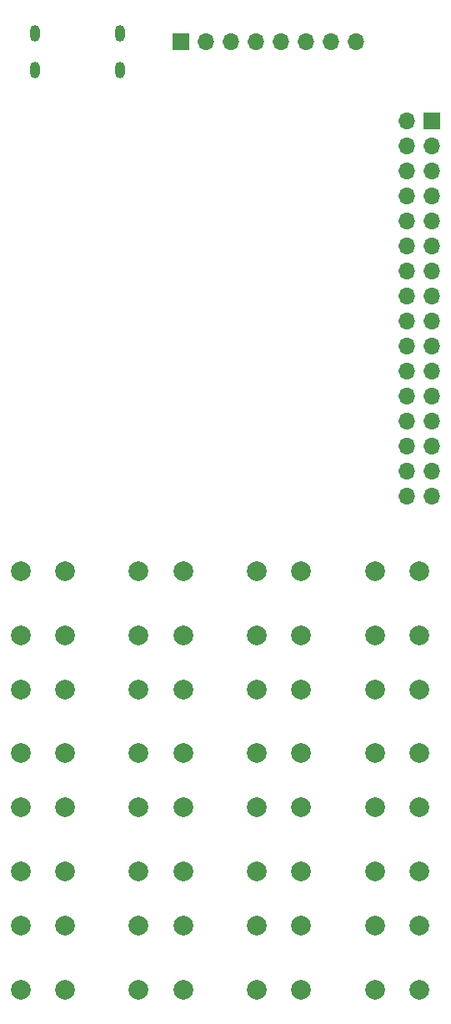
<source format=gbr>
%TF.GenerationSoftware,KiCad,Pcbnew,(5.1.10)-1*%
%TF.CreationDate,2024-04-20T07:30:16+09:00*%
%TF.ProjectId,KiCAD_BLEModuleDevTestBoard,4b694341-445f-4424-9c45-4d6f64756c65,rev?*%
%TF.SameCoordinates,Original*%
%TF.FileFunction,Soldermask,Bot*%
%TF.FilePolarity,Negative*%
%FSLAX46Y46*%
G04 Gerber Fmt 4.6, Leading zero omitted, Abs format (unit mm)*
G04 Created by KiCad (PCBNEW (5.1.10)-1) date 2024-04-20 07:30:16*
%MOMM*%
%LPD*%
G01*
G04 APERTURE LIST*
%ADD10C,2.000000*%
%ADD11O,1.700000X1.700000*%
%ADD12R,1.700000X1.700000*%
%ADD13O,1.000000X1.700000*%
G04 APERTURE END LIST*
D10*
%TO.C,SW5*%
X133750000Y-130250000D03*
X129250000Y-130250000D03*
X133750000Y-123750000D03*
X129250000Y-123750000D03*
%TD*%
%TO.C,SW13*%
X133750000Y-106250000D03*
X129250000Y-106250000D03*
X133750000Y-99750000D03*
X129250000Y-99750000D03*
%TD*%
%TO.C,SW16*%
X169750000Y-106250000D03*
X165250000Y-106250000D03*
X169750000Y-99750000D03*
X165250000Y-99750000D03*
%TD*%
D11*
%TO.C,J1*%
X163280000Y-46000000D03*
X160740000Y-46000000D03*
X158200000Y-46000000D03*
X155660000Y-46000000D03*
X153120000Y-46000000D03*
X150580000Y-46000000D03*
X148040000Y-46000000D03*
D12*
X145500000Y-46000000D03*
%TD*%
D10*
%TO.C,SW4*%
X169750000Y-142250000D03*
X165250000Y-142250000D03*
X169750000Y-135750000D03*
X165250000Y-135750000D03*
%TD*%
%TO.C,SW3*%
X157750000Y-142250000D03*
X153250000Y-142250000D03*
X157750000Y-135750000D03*
X153250000Y-135750000D03*
%TD*%
%TO.C,SW2*%
X145750000Y-142250000D03*
X141250000Y-142250000D03*
X145750000Y-135750000D03*
X141250000Y-135750000D03*
%TD*%
%TO.C,SW1*%
X133750000Y-142250000D03*
X129250000Y-142250000D03*
X133750000Y-135750000D03*
X129250000Y-135750000D03*
%TD*%
%TO.C,SW8*%
X169750000Y-130250000D03*
X165250000Y-130250000D03*
X169750000Y-123750000D03*
X165250000Y-123750000D03*
%TD*%
%TO.C,SW7*%
X157750000Y-130250000D03*
X153250000Y-130250000D03*
X157750000Y-123750000D03*
X153250000Y-123750000D03*
%TD*%
%TO.C,SW6*%
X145750000Y-130250000D03*
X141250000Y-130250000D03*
X145750000Y-123750000D03*
X141250000Y-123750000D03*
%TD*%
%TO.C,SW12*%
X169750000Y-118250000D03*
X165250000Y-118250000D03*
X169750000Y-111750000D03*
X165250000Y-111750000D03*
%TD*%
%TO.C,SW11*%
X157750000Y-118250000D03*
X153250000Y-118250000D03*
X157750000Y-111750000D03*
X153250000Y-111750000D03*
%TD*%
%TO.C,SW10*%
X145750000Y-118250000D03*
X141250000Y-118250000D03*
X145750000Y-111750000D03*
X141250000Y-111750000D03*
%TD*%
%TO.C,SW9*%
X133750000Y-118250000D03*
X129250000Y-118250000D03*
X133750000Y-111750000D03*
X129250000Y-111750000D03*
%TD*%
%TO.C,SW15*%
X157750000Y-106250000D03*
X153250000Y-106250000D03*
X157750000Y-99750000D03*
X153250000Y-99750000D03*
%TD*%
%TO.C,SW14*%
X145750000Y-106250000D03*
X141250000Y-106250000D03*
X145750000Y-99750000D03*
X141250000Y-99750000D03*
%TD*%
D13*
%TO.C,J3*%
X139320000Y-48900000D03*
X130680000Y-48900000D03*
X130680000Y-45100000D03*
X139320000Y-45100000D03*
%TD*%
D11*
%TO.C,J2*%
X168460000Y-92100000D03*
X171000000Y-92100000D03*
X168460000Y-89560000D03*
X171000000Y-89560000D03*
X168460000Y-87020000D03*
X171000000Y-87020000D03*
X168460000Y-84480000D03*
X171000000Y-84480000D03*
X168460000Y-81940000D03*
X171000000Y-81940000D03*
X168460000Y-79400000D03*
X171000000Y-79400000D03*
X168460000Y-76860000D03*
X171000000Y-76860000D03*
X168460000Y-74320000D03*
X171000000Y-74320000D03*
X168460000Y-71780000D03*
X171000000Y-71780000D03*
X168460000Y-69240000D03*
X171000000Y-69240000D03*
X168460000Y-66700000D03*
X171000000Y-66700000D03*
X168460000Y-64160000D03*
X171000000Y-64160000D03*
X168460000Y-61620000D03*
X171000000Y-61620000D03*
X168460000Y-59080000D03*
X171000000Y-59080000D03*
X168460000Y-56540000D03*
X171000000Y-56540000D03*
X168460000Y-54000000D03*
D12*
X171000000Y-54000000D03*
%TD*%
M02*

</source>
